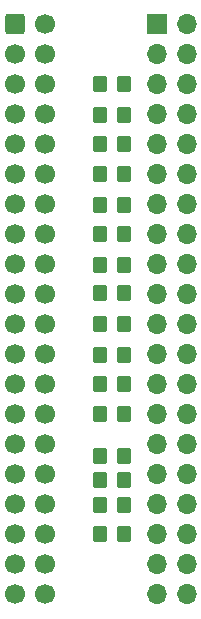
<source format=gbr>
%TF.GenerationSoftware,KiCad,Pcbnew,7.0.7*%
%TF.CreationDate,2023-11-08T00:56:30-05:00*%
%TF.ProjectId,Expansion_Buffer,45787061-6e73-4696-9f6e-5f4275666665,v1*%
%TF.SameCoordinates,Original*%
%TF.FileFunction,Soldermask,Top*%
%TF.FilePolarity,Negative*%
%FSLAX46Y46*%
G04 Gerber Fmt 4.6, Leading zero omitted, Abs format (unit mm)*
G04 Created by KiCad (PCBNEW 7.0.7) date 2023-11-08 00:56:30*
%MOMM*%
%LPD*%
G01*
G04 APERTURE LIST*
G04 Aperture macros list*
%AMRoundRect*
0 Rectangle with rounded corners*
0 $1 Rounding radius*
0 $2 $3 $4 $5 $6 $7 $8 $9 X,Y pos of 4 corners*
0 Add a 4 corners polygon primitive as box body*
4,1,4,$2,$3,$4,$5,$6,$7,$8,$9,$2,$3,0*
0 Add four circle primitives for the rounded corners*
1,1,$1+$1,$2,$3*
1,1,$1+$1,$4,$5*
1,1,$1+$1,$6,$7*
1,1,$1+$1,$8,$9*
0 Add four rect primitives between the rounded corners*
20,1,$1+$1,$2,$3,$4,$5,0*
20,1,$1+$1,$4,$5,$6,$7,0*
20,1,$1+$1,$6,$7,$8,$9,0*
20,1,$1+$1,$8,$9,$2,$3,0*%
G04 Aperture macros list end*
%ADD10RoundRect,0.250000X-0.600000X-0.600000X0.600000X-0.600000X0.600000X0.600000X-0.600000X0.600000X0*%
%ADD11C,1.700000*%
%ADD12RoundRect,0.250000X0.350000X0.450000X-0.350000X0.450000X-0.350000X-0.450000X0.350000X-0.450000X0*%
%ADD13RoundRect,0.250000X-0.350000X-0.450000X0.350000X-0.450000X0.350000X0.450000X-0.350000X0.450000X0*%
%ADD14R,1.700000X1.700000*%
%ADD15O,1.700000X1.700000*%
G04 APERTURE END LIST*
D10*
%TO.C,J2*%
X96800000Y-72620000D03*
D11*
X99340000Y-72620000D03*
X96800000Y-75160000D03*
X99340000Y-75160000D03*
X96800000Y-77700000D03*
X99340000Y-77700000D03*
X96800000Y-80240000D03*
X99340000Y-80240000D03*
X96800000Y-82780000D03*
X99340000Y-82780000D03*
X96800000Y-85320000D03*
X99340000Y-85320000D03*
X96800000Y-87860000D03*
X99340000Y-87860000D03*
X96800000Y-90400000D03*
X99340000Y-90400000D03*
X96800000Y-92940000D03*
X99340000Y-92940000D03*
X96800000Y-95480000D03*
X99340000Y-95480000D03*
X96800000Y-98020000D03*
X99340000Y-98020000D03*
X96800000Y-100560000D03*
X99340000Y-100560000D03*
X96800000Y-103100000D03*
X99340000Y-103100000D03*
X96800000Y-105640000D03*
X99340000Y-105640000D03*
X96800000Y-108180000D03*
X99340000Y-108180000D03*
X96800000Y-110720000D03*
X99340000Y-110720000D03*
X96800000Y-113260000D03*
X99340000Y-113260000D03*
X96800000Y-115800000D03*
X99340000Y-115800000D03*
X96800000Y-118340000D03*
X99340000Y-118340000D03*
X96800000Y-120880000D03*
X99340000Y-120880000D03*
%TD*%
D12*
%TO.C,R11*%
X106000000Y-103100000D03*
X104000000Y-103100000D03*
%TD*%
%TO.C,R15*%
X106000000Y-113300000D03*
X104000000Y-113300000D03*
%TD*%
%TO.C,R9*%
X106000000Y-98000000D03*
X104000000Y-98000000D03*
%TD*%
%TO.C,R10*%
X106000000Y-100600000D03*
X104000000Y-100600000D03*
%TD*%
%TO.C,R3*%
X106000000Y-82800000D03*
X104000000Y-82800000D03*
%TD*%
%TO.C,R16*%
X106000000Y-115800000D03*
X104000000Y-115800000D03*
%TD*%
%TO.C,R4*%
X106000000Y-85300000D03*
X104000000Y-85300000D03*
%TD*%
%TO.C,R6*%
X106000000Y-90400000D03*
X104000000Y-90400000D03*
%TD*%
%TO.C,R8*%
X106000000Y-95400000D03*
X104000000Y-95400000D03*
%TD*%
%TO.C,R7*%
X106000000Y-93000000D03*
X104000000Y-93000000D03*
%TD*%
%TO.C,R2*%
X106000000Y-80300000D03*
X104000000Y-80300000D03*
%TD*%
%TO.C,R14*%
X106000000Y-109200000D03*
X104000000Y-109200000D03*
%TD*%
%TO.C,R1*%
X106000000Y-77700000D03*
X104000000Y-77700000D03*
%TD*%
D13*
%TO.C,R13*%
X104000000Y-111200000D03*
X106000000Y-111200000D03*
%TD*%
D12*
%TO.C,R12*%
X106000000Y-105600000D03*
X104000000Y-105600000D03*
%TD*%
%TO.C,R5*%
X106000000Y-87900000D03*
X104000000Y-87900000D03*
%TD*%
D14*
%TO.C,J1*%
X108800000Y-72620000D03*
D15*
X111340000Y-72620000D03*
X108800000Y-75160000D03*
X111340000Y-75160000D03*
X108800000Y-77700000D03*
X111340000Y-77700000D03*
X108800000Y-80240000D03*
X111340000Y-80240000D03*
X108800000Y-82780000D03*
X111340000Y-82780000D03*
X108800000Y-85320000D03*
X111340000Y-85320000D03*
X108800000Y-87860000D03*
X111340000Y-87860000D03*
X108800000Y-90400000D03*
X111340000Y-90400000D03*
X108800000Y-92940000D03*
X111340000Y-92940000D03*
X108800000Y-95480000D03*
X111340000Y-95480000D03*
X108800000Y-98020000D03*
X111340000Y-98020000D03*
X108800000Y-100560000D03*
X111340000Y-100560000D03*
X108800000Y-103100000D03*
X111340000Y-103100000D03*
X108800000Y-105640000D03*
X111340000Y-105640000D03*
X108800000Y-108180000D03*
X111340000Y-108180000D03*
X108800000Y-110720000D03*
X111340000Y-110720000D03*
X108800000Y-113260000D03*
X111340000Y-113260000D03*
X108800000Y-115800000D03*
X111340000Y-115800000D03*
X108800000Y-118340000D03*
X111340000Y-118340000D03*
X108800000Y-120880000D03*
X111340000Y-120880000D03*
%TD*%
M02*

</source>
